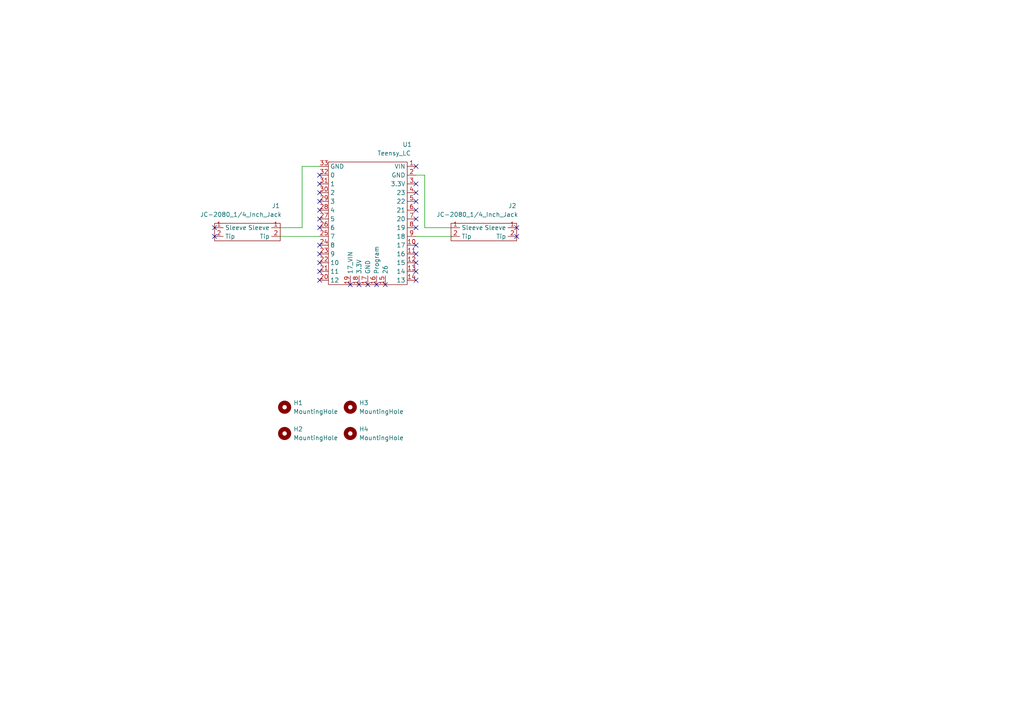
<source format=kicad_sch>
(kicad_sch (version 20211123) (generator eeschema)
  (paper "A4")
  (lib_symbols
    (symbol "Mechanical:MountingHole" (pin_names (offset 1.016))
      (property "Reference" "H" (at 0 5.08 0))
      (property "Value" "MountingHole" (at 0 3.175 0))
      (symbol "MountingHole_0_1"
        (circle (center 0 0) (radius 1.27) (stroke (width 1.27)))
      )
    )
    (symbol "cpp:JC-2080_1{slash}4_Inch_Jack"
      (property "Reference" "J" (at 6.35 2.54 0))
      (property "Value" "JC-2080_1{slash}4_Inch_Jack" (at -5.08 0 0))
      (symbol "JC-2080_1{slash}4_Inch_Jack_0_1"
        (rectangle (start -12.7 -1.27) (end 6.35 -6.35))
      )
      (symbol "JC-2080_1{slash}4_Inch_Jack_1_1"
        (pin bidirectional line (at -12.7 -2.54 0) (length 2.54) (name "Sleeve") (number "1"))
        (pin bidirectional line (at 6.35 -2.54 180) (length 2.54) (name "Sleeve") (number "1"))
        (pin bidirectional line (at -12.7 -5.08 0) (length 2.54) (name "Tip") (number "2"))
        (pin bidirectional line (at 6.35 -5.08 180) (length 2.54) (name "Tip") (number "2"))
      )
    )
    (symbol "cpp:Teensy_LC"
      (property "Reference" "U" (at 3.81 3.81 0))
      (property "Value" "Teensy_LC" (at 0 1.27 0))
      (symbol "Teensy_LC_0_1"
        (rectangle (start -17.78 0) (end 5.08 -35.56))
      )
      (symbol "Teensy_LC_1_1"
        (pin bidirectional line (at 7.62 -1.27 180) (length 2.54) (name "VIN") (number "1"))
        (pin bidirectional line (at 7.62 -24.13 180) (length 2.54) (name "17") (number "10"))
        (pin bidirectional line (at 7.62 -26.67 180) (length 2.54) (name "16") (number "11"))
        (pin bidirectional line (at 7.62 -29.21 180) (length 2.54) (name "15") (number "12"))
        (pin bidirectional line (at 7.62 -31.75 180) (length 2.54) (name "14") (number "13"))
        (pin bidirectional line (at 7.62 -34.29 180) (length 2.54) (name "13") (number "14"))
        (pin bidirectional line (at -1.27 -35.56 90) (length 2.54) (name "26") (number "15"))
        (pin bidirectional line (at -3.81 -35.56 90) (length 2.54) (name "Program") (number "16"))
        (pin bidirectional line (at -6.35 -35.56 90) (length 2.54) (name "GND") (number "17"))
        (pin bidirectional line (at -8.89 -35.56 90) (length 2.54) (name "3.3V") (number "18"))
        (pin bidirectional line (at -11.43 -35.56 90) (length 2.54) (name "17_VIN") (number "19"))
        (pin bidirectional line (at 7.62 -3.81 180) (length 2.54) (name "GND") (number "2"))
        (pin bidirectional line (at -20.32 -34.29 0) (length 2.54) (name "12") (number "20"))
        (pin bidirectional line (at -20.32 -31.75 0) (length 2.54) (name "11") (number "21"))
        (pin bidirectional line (at -20.32 -29.21 0) (length 2.54) (name "10") (number "22"))
        (pin bidirectional line (at -20.32 -26.67 0) (length 2.54) (name "9") (number "23"))
        (pin bidirectional line (at -20.32 -24.13 0) (length 2.54) (name "8") (number "24"))
        (pin bidirectional line (at -20.32 -21.59 0) (length 2.54) (name "7") (number "25"))
        (pin bidirectional line (at -20.32 -19.05 0) (length 2.54) (name "6") (number "26"))
        (pin bidirectional line (at -20.32 -16.51 0) (length 2.54) (name "5") (number "27"))
        (pin bidirectional line (at -20.32 -13.97 0) (length 2.54) (name "4") (number "28"))
        (pin bidirectional line (at -20.32 -11.43 0) (length 2.54) (name "3") (number "29"))
        (pin bidirectional line (at 7.62 -6.35 180) (length 2.54) (name "3.3V") (number "3"))
        (pin bidirectional line (at -20.32 -8.89 0) (length 2.54) (name "2") (number "30"))
        (pin bidirectional line (at -20.32 -6.35 0) (length 2.54) (name "1") (number "31"))
        (pin bidirectional line (at -20.32 -3.81 0) (length 2.54) (name "0") (number "32"))
        (pin bidirectional line (at -20.32 -1.27 0) (length 2.54) (name "GND") (number "33"))
        (pin bidirectional line (at 7.62 -8.89 180) (length 2.54) (name "23") (number "4"))
        (pin bidirectional line (at 7.62 -11.43 180) (length 2.54) (name "22") (number "5"))
        (pin bidirectional line (at 7.62 -13.97 180) (length 2.54) (name "21") (number "6"))
        (pin bidirectional line (at 7.62 -16.51 180) (length 2.54) (name "20") (number "7"))
        (pin bidirectional line (at 7.62 -19.05 180) (length 2.54) (name "19") (number "8"))
        (pin bidirectional line (at 7.62 -21.59 180) (length 2.54) (name "18") (number "9"))
      )
    )
  )
  (no_connect (at 149.86 66.04))
  (no_connect (at 149.86 68.58))
  (no_connect (at 120.65 53.34))
  (no_connect (at 120.65 55.88))
  (no_connect (at 120.65 58.42))
  (no_connect (at 120.65 60.96))
  (no_connect (at 120.65 48.26))
  (no_connect (at 120.65 63.5))
  (no_connect (at 120.65 66.04))
  (no_connect (at 120.65 71.12))
  (no_connect (at 120.65 73.66))
  (no_connect (at 120.65 76.2))
  (no_connect (at 120.65 78.74))
  (no_connect (at 120.65 81.28))
  (no_connect (at 111.76 82.55))
  (no_connect (at 109.22 82.55))
  (no_connect (at 106.68 82.55))
  (no_connect (at 104.14 82.55))
  (no_connect (at 101.6 82.55))
  (no_connect (at 92.71 81.28))
  (no_connect (at 92.71 78.74))
  (no_connect (at 92.71 76.2))
  (no_connect (at 92.71 73.66))
  (no_connect (at 92.71 71.12))
  (no_connect (at 92.71 60.96))
  (no_connect (at 92.71 58.42))
  (no_connect (at 92.71 55.88))
  (no_connect (at 92.71 53.34))
  (no_connect (at 92.71 50.8))
  (no_connect (at 92.71 63.5))
  (no_connect (at 92.71 66.04))
  (no_connect (at 62.23 66.04))
  (no_connect (at 62.23 68.58))
  (wire (pts (xy 87.63 66.04) (xy 87.63 48.26)))
  (wire (pts (xy 81.28 66.04) (xy 87.63 66.04)))
  (wire (pts (xy 123.19 50.8) (xy 123.19 66.04)))
  (wire (pts (xy 120.65 68.58) (xy 130.81 68.58)))
  (wire (pts (xy 87.63 48.26) (xy 92.71 48.26)))
  (wire (pts (xy 81.28 68.58) (xy 92.71 68.58)))
  (wire (pts (xy 130.81 66.04) (xy 123.19 66.04)))
  (wire (pts (xy 120.65 50.8) (xy 123.19 50.8)))
  (symbol (lib_id "cpp:JC-2080_1{slash}4_Inch_Jack") (at 74.93 63.5 0) (unit 1)
    (property "Reference" "J1" (at 80.01 59.69 0))
    (property "Value" "JC-2080_1/4_Inch_Jack" (at 69.85 62.23 0))
    (property "Footprint" "cpp:JC-2080_14_Inch_Jack" (effects hide))
  )
  (symbol (lib_id "cpp:JC-2080_1{slash}4_Inch_Jack") (at 143.51 63.5 0) (unit 1)
    (property "Reference" "J2" (at 148.59 59.69 0))
    (property "Value" "JC-2080_1/4_Inch_Jack" (at 138.43 62.23 0))
    (property "Footprint" "cpp:JC-2080_14_Inch_Jack" (effects hide))
  )
  (symbol (lib_id "Mechanical:MountingHole") (at 82.55 118.11 0) (unit 1)
    (property "Reference" "H1" (at 85.09 116.8399 0) (effects (justify left)))
    (property "Value" "MountingHole" (at 85.09 119.3799 0) (effects (justify left)))
    (property "Footprint" "MountingHole:MountingHole_2.2mm_M2" (effects hide))
  )
  (symbol (lib_id "Mechanical:MountingHole") (at 101.6 118.11 0) (unit 1)
    (property "Reference" "H3" (at 104.14 116.8399 0) (effects (justify left)))
    (property "Value" "MountingHole" (at 104.14 119.3799 0) (effects (justify left)))
    (property "Footprint" "MountingHole:MountingHole_2.2mm_M2" (effects hide))
  )
  (symbol (lib_id "cpp:Teensy_LC") (at 113.03 46.99 0) (unit 1)
    (property "Reference" "U1" (at 118.11 41.91 0))
    (property "Value" "Teensy_LC" (at 114.3 44.45 0))
    (property "Footprint" "cpp:Teensy LC" (effects hide))
  )
  (symbol (lib_id "Mechanical:MountingHole") (at 101.6 125.73 0) (unit 1)
    (property "Reference" "H4" (at 104.14 124.4599 0) (effects (justify left)))
    (property "Value" "MountingHole" (at 104.14 126.9999 0) (effects (justify left)))
    (property "Footprint" "MountingHole:MountingHole_2.2mm_M2" (effects hide))
  )
  (symbol (lib_id "Mechanical:MountingHole") (at 82.55 125.73 0) (unit 1)
    (property "Reference" "H2" (at 85.09 124.4599 0) (effects (justify left)))
    (property "Value" "MountingHole" (at 85.09 126.9999 0) (effects (justify left)))
    (property "Footprint" "MountingHole:MountingHole_2.2mm_M2" (effects hide))
  )
)
</source>
